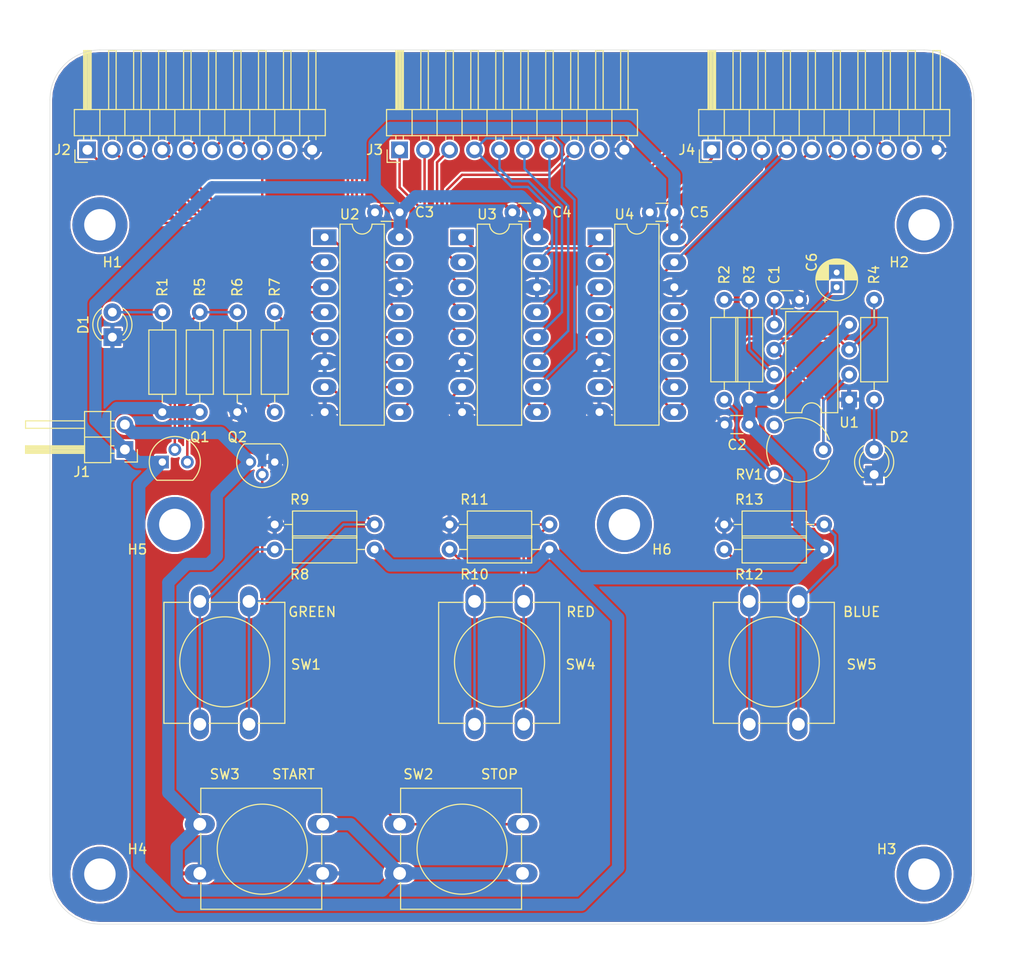
<source format=kicad_pcb>
(kicad_pcb (version 20171130) (host pcbnew 5.1.12-84ad8e8a86~92~ubuntu18.04.1)
  (layers (0 F.Cu signal) (31 B.Cu signal) (34 B.Paste user) (35 F.Paste user) (36 B.SilkS user) (37 F.SilkS user) (38 B.Mask user) (39 F.Mask user) (44 Edge.Cuts user))
  (net 0 "")
  (net 1 "Net-(C1-Pad2)")
  (net 2 GND_MAIN)
  (net 3 VCC_MAIN)
  (net 4 "Net-(D1-Pad2)")
  (net 5 "Net-(D2-Pad2)")
  (net 6 GND)
  (net 7 "Net-(J2-Pad9)")
  (net 8 /red8)
  (net 9 /red7)
  (net 10 /red6)
  (net 11 /red5)
  (net 12 /red4)
  (net 13 /red3)
  (net 14 /red2)
  (net 15 /red1)
  (net 16 "Net-(J3-Pad9)")
  (net 17 /grn8)
  (net 18 /grn7)
  (net 19 /grn6)
  (net 20 /grn5)
  (net 21 /grn4)
  (net 22 /grn3)
  (net 23 /grn2)
  (net 24 /grn1)
  (net 25 "Net-(J4-Pad9)")
  (net 26 /blu8)
  (net 27 /blu7)
  (net 28 /blu6)
  (net 29 /blu5)
  (net 30 /blu4)
  (net 31 /blu3)
  (net 32 /blu2)
  (net 33 /blu1)
  (net 34 "Net-(Q1-Pad2)")
  (net 35 "Net-(R2-Pad2)")
  (net 36 "Net-(R2-Pad1)")
  (net 37 CLOCK)
  (net 38 "Net-(R8-Pad1)")
  (net 39 GREEN)
  (net 40 "Net-(R10-Pad1)")
  (net 41 RED)
  (net 42 "Net-(R12-Pad1)")
  (net 43 BLUE)
  (net 44 /trigger)
  (net 45 "Net-(RV1-Pad3)")
  (net 46 "Net-(Q1-Pad3)")
  (net 47 "Net-(Q2-Pad2)")
  (module MountingHole:MountingHole_3.2mm_M3_DIN965_Pad (layer F.Cu) (at 215.9 109.22)
    (fp_text reference H6 (at 3.81 2.54) (layer F.SilkS))
    (fp_text value "Battery holder")
    (pad 1 thru_hole circle (at 0 0) (size 5.6 5.6) (drill 3.2) (layers *.Cu *.Mask))
  )
  (module MountingHole:MountingHole_3.2mm_M3_DIN965_Pad (layer F.Cu) (at 170.18 109.22)
    (fp_text reference H5 (at -3.81 2.54) (layer F.SilkS))
    (fp_text value "Battery holder")
    (pad 1 thru_hole circle (at 0 0) (size 5.6 5.6) (drill 3.2) (layers *.Cu *.Mask))
  )
  (module MountingHole:MountingHole_3.2mm_M3_DIN965_Pad (layer F.Cu) (at 162.56 144.78)
    (fp_text reference H4 (at 3.81 -2.54) (layer F.SilkS))
    (fp_text value Frame)
    (pad 1 thru_hole circle (at 0 0) (size 5.6 5.6) (drill 3.2) (layers *.Cu *.Mask))
  )
  (module MountingHole:MountingHole_3.2mm_M3_DIN965_Pad (layer F.Cu) (at 246.38 144.78)
    (fp_text reference H3 (at -3.81 -2.54) (layer F.SilkS))
    (fp_text value Frame)
    (pad 1 thru_hole circle (at 0 0) (size 5.6 5.6) (drill 3.2) (layers *.Cu *.Mask))
  )
  (module MountingHole:MountingHole_3.2mm_M3_DIN965_Pad (layer F.Cu) (at 246.38 78.74)
    (fp_text reference H2 (at -2.54 3.81 180) (layer F.SilkS))
    (fp_text value Frame)
    (pad 1 thru_hole circle (at 0 0) (size 5.6 5.6) (drill 3.2) (layers *.Cu *.Mask))
  )
  (module MountingHole:MountingHole_3.2mm_M3_DIN965_Pad (layer F.Cu) (at 162.56 78.74)
    (fp_text reference H1 (at 1.27 3.81) (layer F.SilkS))
    (fp_text value Frame)
    (pad 1 thru_hole circle (at 0 0) (size 5.6 5.6) (drill 3.2) (layers *.Cu *.Mask))
  )
  (module Capacitor_THT:CP_Radial_D4.0mm_P1.50mm (layer F.Cu) (at 237.49 85.09 90)
    (fp_text reference C6 (at 2.54 -2.54 90) (layer F.SilkS))
    (fp_text value 1uF)
    (pad 2 thru_hole circle (at 1.5 0 90) (size 1.2 1.2) (drill 0.6) (layers *.Cu *.Mask) (net 2 GND_MAIN))
    (pad 1 thru_hole rect (at 0 0 90) (size 1.2 1.2) (drill 0.6) (layers *.Cu *.Mask) (net 44 /trigger))
  )
  (module Package_DIP:DIP-16_W7.62mm_LongPads (layer F.Cu) (at 213.36 80.01)
    (fp_text reference U4 (at 2.54 -2.33) (layer F.SilkS))
    (fp_text value "CD4015 for BLUE")
    (pad 16 thru_hole oval (at 7.62 0) (size 2.4 1.6) (drill 0.8) (layers *.Cu *.Mask) (net 3 VCC_MAIN))
    (pad 8 thru_hole oval (at 0 17.78) (size 2.4 1.6) (drill 0.8) (layers *.Cu *.Mask) (net 2 GND_MAIN))
    (pad 15 thru_hole oval (at 7.62 2.54) (size 2.4 1.6) (drill 0.8) (layers *.Cu *.Mask) (net 30 /blu4))
    (pad 7 thru_hole oval (at 0 15.24) (size 2.4 1.6) (drill 0.8) (layers *.Cu *.Mask) (net 43 BLUE))
    (pad 14 thru_hole oval (at 7.62 5.08) (size 2.4 1.6) (drill 0.8) (layers *.Cu *.Mask) (net 2 GND_MAIN))
    (pad 6 thru_hole oval (at 0 12.7) (size 2.4 1.6) (drill 0.8) (layers *.Cu *.Mask) (net 2 GND_MAIN))
    (pad 13 thru_hole oval (at 7.62 7.62) (size 2.4 1.6) (drill 0.8) (layers *.Cu *.Mask) (net 29 /blu5))
    (pad 5 thru_hole oval (at 0 10.16) (size 2.4 1.6) (drill 0.8) (layers *.Cu *.Mask) (net 33 /blu1))
    (pad 12 thru_hole oval (at 7.62 10.16) (size 2.4 1.6) (drill 0.8) (layers *.Cu *.Mask) (net 28 /blu6))
    (pad 4 thru_hole oval (at 0 7.62) (size 2.4 1.6) (drill 0.8) (layers *.Cu *.Mask) (net 32 /blu2))
    (pad 11 thru_hole oval (at 7.62 12.7) (size 2.4 1.6) (drill 0.8) (layers *.Cu *.Mask) (net 27 /blu7))
    (pad 3 thru_hole oval (at 0 5.08) (size 2.4 1.6) (drill 0.8) (layers *.Cu *.Mask) (net 31 /blu3))
    (pad 10 thru_hole oval (at 7.62 15.24) (size 2.4 1.6) (drill 0.8) (layers *.Cu *.Mask) (net 30 /blu4))
    (pad 2 thru_hole oval (at 0 2.54) (size 2.4 1.6) (drill 0.8) (layers *.Cu *.Mask) (net 26 /blu8))
    (pad 9 thru_hole oval (at 7.62 17.78) (size 2.4 1.6) (drill 0.8) (layers *.Cu *.Mask) (net 37 CLOCK))
    (pad 1 thru_hole rect (at 0 0) (size 2.4 1.6) (drill 0.8) (layers *.Cu *.Mask) (net 37 CLOCK))
  )
  (module Package_DIP:DIP-16_W7.62mm_LongPads (layer F.Cu) (at 199.39 80.01)
    (fp_text reference U3 (at 2.54 -2.33) (layer F.SilkS))
    (fp_text value "CD4015 for GREEN")
    (pad 16 thru_hole oval (at 7.62 0) (size 2.4 1.6) (drill 0.8) (layers *.Cu *.Mask) (net 3 VCC_MAIN))
    (pad 8 thru_hole oval (at 0 17.78) (size 2.4 1.6) (drill 0.8) (layers *.Cu *.Mask) (net 2 GND_MAIN))
    (pad 15 thru_hole oval (at 7.62 2.54) (size 2.4 1.6) (drill 0.8) (layers *.Cu *.Mask) (net 21 /grn4))
    (pad 7 thru_hole oval (at 0 15.24) (size 2.4 1.6) (drill 0.8) (layers *.Cu *.Mask) (net 39 GREEN))
    (pad 14 thru_hole oval (at 7.62 5.08) (size 2.4 1.6) (drill 0.8) (layers *.Cu *.Mask) (net 2 GND_MAIN))
    (pad 6 thru_hole oval (at 0 12.7) (size 2.4 1.6) (drill 0.8) (layers *.Cu *.Mask) (net 2 GND_MAIN))
    (pad 13 thru_hole oval (at 7.62 7.62) (size 2.4 1.6) (drill 0.8) (layers *.Cu *.Mask) (net 20 /grn5))
    (pad 5 thru_hole oval (at 0 10.16) (size 2.4 1.6) (drill 0.8) (layers *.Cu *.Mask) (net 24 /grn1))
    (pad 12 thru_hole oval (at 7.62 10.16) (size 2.4 1.6) (drill 0.8) (layers *.Cu *.Mask) (net 19 /grn6))
    (pad 4 thru_hole oval (at 0 7.62) (size 2.4 1.6) (drill 0.8) (layers *.Cu *.Mask) (net 23 /grn2))
    (pad 11 thru_hole oval (at 7.62 12.7) (size 2.4 1.6) (drill 0.8) (layers *.Cu *.Mask) (net 18 /grn7))
    (pad 3 thru_hole oval (at 0 5.08) (size 2.4 1.6) (drill 0.8) (layers *.Cu *.Mask) (net 22 /grn3))
    (pad 10 thru_hole oval (at 7.62 15.24) (size 2.4 1.6) (drill 0.8) (layers *.Cu *.Mask) (net 21 /grn4))
    (pad 2 thru_hole oval (at 0 2.54) (size 2.4 1.6) (drill 0.8) (layers *.Cu *.Mask) (net 17 /grn8))
    (pad 9 thru_hole oval (at 7.62 17.78) (size 2.4 1.6) (drill 0.8) (layers *.Cu *.Mask) (net 37 CLOCK))
    (pad 1 thru_hole rect (at 0 0) (size 2.4 1.6) (drill 0.8) (layers *.Cu *.Mask) (net 37 CLOCK))
  )
  (module Package_DIP:DIP-16_W7.62mm_LongPads (layer F.Cu) (at 185.42 80.01)
    (fp_text reference U2 (at 2.54 -2.33) (layer F.SilkS))
    (fp_text value "CD4015 for RED")
    (pad 16 thru_hole oval (at 7.62 0) (size 2.4 1.6) (drill 0.8) (layers *.Cu *.Mask) (net 3 VCC_MAIN))
    (pad 8 thru_hole oval (at 0 17.78) (size 2.4 1.6) (drill 0.8) (layers *.Cu *.Mask) (net 2 GND_MAIN))
    (pad 15 thru_hole oval (at 7.62 2.54) (size 2.4 1.6) (drill 0.8) (layers *.Cu *.Mask) (net 12 /red4))
    (pad 7 thru_hole oval (at 0 15.24) (size 2.4 1.6) (drill 0.8) (layers *.Cu *.Mask) (net 41 RED))
    (pad 14 thru_hole oval (at 7.62 5.08) (size 2.4 1.6) (drill 0.8) (layers *.Cu *.Mask) (net 2 GND_MAIN))
    (pad 6 thru_hole oval (at 0 12.7) (size 2.4 1.6) (drill 0.8) (layers *.Cu *.Mask) (net 2 GND_MAIN))
    (pad 13 thru_hole oval (at 7.62 7.62) (size 2.4 1.6) (drill 0.8) (layers *.Cu *.Mask) (net 11 /red5))
    (pad 5 thru_hole oval (at 0 10.16) (size 2.4 1.6) (drill 0.8) (layers *.Cu *.Mask) (net 15 /red1))
    (pad 12 thru_hole oval (at 7.62 10.16) (size 2.4 1.6) (drill 0.8) (layers *.Cu *.Mask) (net 10 /red6))
    (pad 4 thru_hole oval (at 0 7.62) (size 2.4 1.6) (drill 0.8) (layers *.Cu *.Mask) (net 14 /red2))
    (pad 11 thru_hole oval (at 7.62 12.7) (size 2.4 1.6) (drill 0.8) (layers *.Cu *.Mask) (net 9 /red7))
    (pad 3 thru_hole oval (at 0 5.08) (size 2.4 1.6) (drill 0.8) (layers *.Cu *.Mask) (net 13 /red3))
    (pad 10 thru_hole oval (at 7.62 15.24) (size 2.4 1.6) (drill 0.8) (layers *.Cu *.Mask) (net 12 /red4))
    (pad 2 thru_hole oval (at 0 2.54) (size 2.4 1.6) (drill 0.8) (layers *.Cu *.Mask) (net 8 /red8))
    (pad 9 thru_hole oval (at 7.62 17.78) (size 2.4 1.6) (drill 0.8) (layers *.Cu *.Mask) (net 37 CLOCK))
    (pad 1 thru_hole rect (at 0 0) (size 2.4 1.6) (drill 0.8) (layers *.Cu *.Mask) (net 37 CLOCK))
  )
  (module Package_DIP:DIP-8_W7.62mm (layer F.Cu) (at 238.76 96.52 180)
    (fp_text reference U1 (at 0 -2.33) (layer F.SilkS))
    (fp_text value LM555xN)
    (pad 8 thru_hole oval (at 7.62 0 180) (size 1.6 1.6) (drill 0.8) (layers *.Cu *.Mask) (net 3 VCC_MAIN))
    (pad 4 thru_hole oval (at 0 7.62 180) (size 1.6 1.6) (drill 0.8) (layers *.Cu *.Mask) (net 3 VCC_MAIN))
    (pad 7 thru_hole oval (at 7.62 2.54 180) (size 1.6 1.6) (drill 0.8) (layers *.Cu *.Mask) (net 35 "Net-(R2-Pad2)"))
    (pad 3 thru_hole oval (at 0 5.08 180) (size 1.6 1.6) (drill 0.8) (layers *.Cu *.Mask) (net 37 CLOCK))
    (pad 6 thru_hole oval (at 7.62 5.08 180) (size 1.6 1.6) (drill 0.8) (layers *.Cu *.Mask) (net 44 /trigger))
    (pad 2 thru_hole oval (at 0 2.54 180) (size 1.6 1.6) (drill 0.8) (layers *.Cu *.Mask) (net 44 /trigger))
    (pad 5 thru_hole oval (at 7.62 7.62 180) (size 1.6 1.6) (drill 0.8) (layers *.Cu *.Mask) (net 1 "Net-(C1-Pad2)"))
    (pad 1 thru_hole rect (at 0 0 180) (size 1.6 1.6) (drill 0.8) (layers *.Cu *.Mask) (net 2 GND_MAIN))
  )
  (module Button_Switch_THT:SW_PUSH-12mm (layer F.Cu) (at 228.6 129.54 90)
    (fp_text reference SW5 (at 6.08 11.43 180) (layer F.SilkS))
    (fp_text value BLUE (at 11.43 11.43 180) (layer F.SilkS))
    (pad 2 thru_hole oval (at 0 5 90) (size 3.048 1.85) (drill 1.3) (layers *.Cu *.Mask) (net 43 BLUE))
    (pad 1 thru_hole oval (at 0 0 90) (size 3.048 1.85) (drill 1.3) (layers *.Cu *.Mask) (net 42 "Net-(R12-Pad1)"))
    (pad 2 thru_hole oval (at 12.5 5 90) (size 3.048 1.85) (drill 1.3) (layers *.Cu *.Mask) (net 43 BLUE))
    (pad 1 thru_hole oval (at 12.5 0 90) (size 3.048 1.85) (drill 1.3) (layers *.Cu *.Mask) (net 42 "Net-(R12-Pad1)"))
  )
  (module Button_Switch_THT:SW_PUSH-12mm (layer F.Cu) (at 200.66 129.54 90)
    (fp_text reference SW4 (at 6.08 10.795 180) (layer F.SilkS))
    (fp_text value RED (at 11.43 10.795 180) (layer F.SilkS))
    (pad 2 thru_hole oval (at 0 5 90) (size 3.048 1.85) (drill 1.3) (layers *.Cu *.Mask) (net 41 RED))
    (pad 1 thru_hole oval (at 0 0 90) (size 3.048 1.85) (drill 1.3) (layers *.Cu *.Mask) (net 40 "Net-(R10-Pad1)"))
    (pad 2 thru_hole oval (at 12.5 5 90) (size 3.048 1.85) (drill 1.3) (layers *.Cu *.Mask) (net 41 RED))
    (pad 1 thru_hole oval (at 12.5 0 90) (size 3.048 1.85) (drill 1.3) (layers *.Cu *.Mask) (net 40 "Net-(R10-Pad1)"))
  )
  (module Button_Switch_THT:SW_PUSH-12mm (layer F.Cu) (at 172.72 139.7)
    (fp_text reference SW3 (at 2.54 -5.08) (layer F.SilkS))
    (fp_text value START (at 9.525 -5.08) (layer F.SilkS))
    (pad 2 thru_hole oval (at 0 5) (size 3.048 1.85) (drill 1.3) (layers *.Cu *.Mask) (net 2 GND_MAIN))
    (pad 1 thru_hole oval (at 0 0) (size 3.048 1.85) (drill 1.3) (layers *.Cu *.Mask) (net 6 GND))
    (pad 2 thru_hole oval (at 12.5 5) (size 3.048 1.85) (drill 1.3) (layers *.Cu *.Mask) (net 2 GND_MAIN))
    (pad 1 thru_hole oval (at 12.5 0) (size 3.048 1.85) (drill 1.3) (layers *.Cu *.Mask) (net 6 GND))
  )
  (module Button_Switch_THT:SW_PUSH-12mm (layer F.Cu) (at 193.04 139.7)
    (fp_text reference SW2 (at 1.905 -5.08) (layer F.SilkS))
    (fp_text value STOP (at 10.16 -5.08) (layer F.SilkS))
    (pad 2 thru_hole oval (at 0 5) (size 3.048 1.85) (drill 1.3) (layers *.Cu *.Mask) (net 6 GND))
    (pad 1 thru_hole oval (at 0 0) (size 3.048 1.85) (drill 1.3) (layers *.Cu *.Mask) (net 47 "Net-(Q2-Pad2)"))
    (pad 2 thru_hole oval (at 12.5 5) (size 3.048 1.85) (drill 1.3) (layers *.Cu *.Mask) (net 6 GND))
    (pad 1 thru_hole oval (at 12.5 0) (size 3.048 1.85) (drill 1.3) (layers *.Cu *.Mask) (net 47 "Net-(Q2-Pad2)"))
  )
  (module Button_Switch_THT:SW_PUSH-12mm (layer F.Cu) (at 172.72 129.54 90)
    (fp_text reference SW1 (at 6.08 10.795 180) (layer F.SilkS))
    (fp_text value GREEN (at 11.43 11.43 180) (layer F.SilkS))
    (pad 2 thru_hole oval (at 0 5 90) (size 3.048 1.85) (drill 1.3) (layers *.Cu *.Mask) (net 39 GREEN))
    (pad 1 thru_hole oval (at 0 0 90) (size 3.048 1.85) (drill 1.3) (layers *.Cu *.Mask) (net 38 "Net-(R8-Pad1)"))
    (pad 2 thru_hole oval (at 12.5 5 90) (size 3.048 1.85) (drill 1.3) (layers *.Cu *.Mask) (net 39 GREEN))
    (pad 1 thru_hole oval (at 12.5 0 90) (size 3.048 1.85) (drill 1.3) (layers *.Cu *.Mask) (net 38 "Net-(R8-Pad1)"))
  )
  (module Potentiometer_THT:Potentiometer_Piher_PT-6-V_Vertical (layer F.Cu) (at 231.14 104.14)
    (fp_text reference RV1 (at -2.54 0) (layer F.SilkS))
    (fp_text value 1M)
    (pad 1 thru_hole circle (at 0 0) (size 1.62 1.62) (drill 0.9) (layers *.Cu *.Mask) (net 36 "Net-(R2-Pad1)"))
    (pad 2 thru_hole circle (at 5 -2.5) (size 1.62 1.62) (drill 0.9) (layers *.Cu *.Mask) (net 44 /trigger))
    (pad 3 thru_hole circle (at 0 -5) (size 1.62 1.62) (drill 0.9) (layers *.Cu *.Mask) (net 45 "Net-(RV1-Pad3)"))
  )
  (module Resistor_THT:R_Axial_DIN0207_L6.3mm_D2.5mm_P10.16mm_Horizontal (layer F.Cu) (at 236.22 109.22 180)
    (fp_text reference R13 (at 7.62 2.54) (layer F.SilkS))
    (fp_text value 10K)
    (pad 2 thru_hole oval (at 10.16 0 180) (size 1.6 1.6) (drill 0.8) (layers *.Cu *.Mask) (net 2 GND_MAIN))
    (pad 1 thru_hole circle (at 0 0 180) (size 1.6 1.6) (drill 0.8) (layers *.Cu *.Mask) (net 43 BLUE))
  )
  (module Resistor_THT:R_Axial_DIN0207_L6.3mm_D2.5mm_P10.16mm_Horizontal (layer F.Cu) (at 226.06 111.76)
    (fp_text reference R12 (at 2.54 2.54) (layer F.SilkS))
    (fp_text value 1K)
    (pad 2 thru_hole oval (at 10.16 0) (size 1.6 1.6) (drill 0.8) (layers *.Cu *.Mask) (net 3 VCC_MAIN))
    (pad 1 thru_hole circle (at 0 0) (size 1.6 1.6) (drill 0.8) (layers *.Cu *.Mask) (net 42 "Net-(R12-Pad1)"))
  )
  (module Resistor_THT:R_Axial_DIN0207_L6.3mm_D2.5mm_P10.16mm_Horizontal (layer F.Cu) (at 208.28 109.22 180)
    (fp_text reference R11 (at 7.62 2.54) (layer F.SilkS))
    (fp_text value 10K)
    (pad 2 thru_hole oval (at 10.16 0 180) (size 1.6 1.6) (drill 0.8) (layers *.Cu *.Mask) (net 2 GND_MAIN))
    (pad 1 thru_hole circle (at 0 0 180) (size 1.6 1.6) (drill 0.8) (layers *.Cu *.Mask) (net 41 RED))
  )
  (module Resistor_THT:R_Axial_DIN0207_L6.3mm_D2.5mm_P10.16mm_Horizontal (layer F.Cu) (at 198.12 111.76)
    (fp_text reference R10 (at 2.54 2.54) (layer F.SilkS))
    (fp_text value 1K)
    (pad 2 thru_hole oval (at 10.16 0) (size 1.6 1.6) (drill 0.8) (layers *.Cu *.Mask) (net 3 VCC_MAIN))
    (pad 1 thru_hole circle (at 0 0) (size 1.6 1.6) (drill 0.8) (layers *.Cu *.Mask) (net 40 "Net-(R10-Pad1)"))
  )
  (module Resistor_THT:R_Axial_DIN0207_L6.3mm_D2.5mm_P10.16mm_Horizontal (layer F.Cu) (at 190.5 109.22 180)
    (fp_text reference R9 (at 7.62 2.54) (layer F.SilkS))
    (fp_text value 10K)
    (pad 2 thru_hole oval (at 10.16 0 180) (size 1.6 1.6) (drill 0.8) (layers *.Cu *.Mask) (net 2 GND_MAIN))
    (pad 1 thru_hole circle (at 0 0 180) (size 1.6 1.6) (drill 0.8) (layers *.Cu *.Mask) (net 39 GREEN))
  )
  (module Resistor_THT:R_Axial_DIN0207_L6.3mm_D2.5mm_P10.16mm_Horizontal (layer F.Cu) (at 180.34 111.76)
    (fp_text reference R8 (at 2.54 2.54) (layer F.SilkS))
    (fp_text value 1K)
    (pad 2 thru_hole oval (at 10.16 0) (size 1.6 1.6) (drill 0.8) (layers *.Cu *.Mask) (net 3 VCC_MAIN))
    (pad 1 thru_hole circle (at 0 0) (size 1.6 1.6) (drill 0.8) (layers *.Cu *.Mask) (net 38 "Net-(R8-Pad1)"))
  )
  (module Resistor_THT:R_Axial_DIN0207_L6.3mm_D2.5mm_P10.16mm_Horizontal (layer F.Cu) (at 180.34 87.63 270)
    (fp_text reference R7 (at -2.54 0 90) (layer F.SilkS))
    (fp_text value 1K)
    (pad 2 thru_hole oval (at 10.16 0 270) (size 1.6 1.6) (drill 0.8) (layers *.Cu *.Mask) (net 46 "Net-(Q1-Pad3)"))
    (pad 1 thru_hole circle (at 0 0 270) (size 1.6 1.6) (drill 0.8) (layers *.Cu *.Mask) (net 47 "Net-(Q2-Pad2)"))
  )
  (module Resistor_THT:R_Axial_DIN0207_L6.3mm_D2.5mm_P10.16mm_Horizontal (layer F.Cu) (at 176.53 97.79 90)
    (fp_text reference R6 (at 12.7 0 90) (layer F.SilkS))
    (fp_text value 1K)
    (pad 2 thru_hole oval (at 10.16 0 90) (size 1.6 1.6) (drill 0.8) (layers *.Cu *.Mask) (net 34 "Net-(Q1-Pad2)"))
    (pad 1 thru_hole circle (at 0 0 90) (size 1.6 1.6) (drill 0.8) (layers *.Cu *.Mask) (net 2 GND_MAIN))
  )
  (module Resistor_THT:R_Axial_DIN0207_L6.3mm_D2.5mm_P10.16mm_Horizontal (layer F.Cu) (at 172.72 87.63 270)
    (fp_text reference R5 (at -2.54 0 90) (layer F.SilkS))
    (fp_text value 10K)
    (pad 2 thru_hole oval (at 10.16 0 270) (size 1.6 1.6) (drill 0.8) (layers *.Cu *.Mask) (net 3 VCC_MAIN))
    (pad 1 thru_hole circle (at 0 0 270) (size 1.6 1.6) (drill 0.8) (layers *.Cu *.Mask) (net 34 "Net-(Q1-Pad2)"))
  )
  (module Resistor_THT:R_Axial_DIN0207_L6.3mm_D2.5mm_P10.16mm_Horizontal (layer F.Cu) (at 241.3 96.52 90)
    (fp_text reference R4 (at 12.7 0 90) (layer F.SilkS))
    (fp_text value 1K)
    (pad 2 thru_hole oval (at 10.16 0 90) (size 1.6 1.6) (drill 0.8) (layers *.Cu *.Mask) (net 37 CLOCK))
    (pad 1 thru_hole circle (at 0 0 90) (size 1.6 1.6) (drill 0.8) (layers *.Cu *.Mask) (net 5 "Net-(D2-Pad2)"))
  )
  (module Resistor_THT:R_Axial_DIN0207_L6.3mm_D2.5mm_P10.16mm_Horizontal (layer F.Cu) (at 228.6 86.36 270)
    (fp_text reference R3 (at -2.54 0 90) (layer F.SilkS))
    (fp_text value 1K)
    (pad 2 thru_hole oval (at 10.16 0 270) (size 1.6 1.6) (drill 0.8) (layers *.Cu *.Mask) (net 3 VCC_MAIN))
    (pad 1 thru_hole circle (at 0 0 270) (size 1.6 1.6) (drill 0.8) (layers *.Cu *.Mask) (net 35 "Net-(R2-Pad2)"))
  )
  (module Resistor_THT:R_Axial_DIN0207_L6.3mm_D2.5mm_P10.16mm_Horizontal (layer F.Cu) (at 226.06 96.52 90)
    (fp_text reference R2 (at 12.7 0 90) (layer F.SilkS))
    (fp_text value 100K)
    (pad 2 thru_hole oval (at 10.16 0 90) (size 1.6 1.6) (drill 0.8) (layers *.Cu *.Mask) (net 35 "Net-(R2-Pad2)"))
    (pad 1 thru_hole circle (at 0 0 90) (size 1.6 1.6) (drill 0.8) (layers *.Cu *.Mask) (net 36 "Net-(R2-Pad1)"))
  )
  (module Resistor_THT:R_Axial_DIN0207_L6.3mm_D2.5mm_P10.16mm_Horizontal (layer F.Cu) (at 168.91 87.63 270)
    (fp_text reference R1 (at -2.54 0 90) (layer F.SilkS))
    (fp_text value 1K)
    (pad 2 thru_hole oval (at 10.16 0 270) (size 1.6 1.6) (drill 0.8) (layers *.Cu *.Mask) (net 3 VCC_MAIN))
    (pad 1 thru_hole circle (at 0 0 270) (size 1.6 1.6) (drill 0.8) (layers *.Cu *.Mask) (net 4 "Net-(D1-Pad2)"))
  )
  (module Package_TO_SOT_THT:TO-92 (layer F.Cu) (at 180.34 102.87 180)
    (fp_text reference Q2 (at 3.81 2.54) (layer F.SilkS))
    (fp_text value "NPN 2N5551")
    (pad 1 thru_hole rect (at 0 0 180) (size 1.3 1.3) (drill 0.75) (layers *.Cu *.Mask) (net 2 GND_MAIN))
    (pad 3 thru_hole circle (at 2.54 0 180) (size 1.3 1.3) (drill 0.75) (layers *.Cu *.Mask) (net 6 GND))
    (pad 2 thru_hole circle (at 1.27 -1.27 180) (size 1.3 1.3) (drill 0.75) (layers *.Cu *.Mask) (net 47 "Net-(Q2-Pad2)"))
  )
  (module Package_TO_SOT_THT:TO-92 (layer F.Cu) (at 168.91 102.87)
    (fp_text reference Q1 (at 3.81 -2.54) (layer F.SilkS))
    (fp_text value "PNP S8550")
    (pad 1 thru_hole rect (at 0 0) (size 1.3 1.3) (drill 0.75) (layers *.Cu *.Mask) (net 3 VCC_MAIN))
    (pad 3 thru_hole circle (at 2.54 0) (size 1.3 1.3) (drill 0.75) (layers *.Cu *.Mask) (net 46 "Net-(Q1-Pad3)"))
    (pad 2 thru_hole circle (at 1.27 -1.27) (size 1.3 1.3) (drill 0.75) (layers *.Cu *.Mask) (net 34 "Net-(Q1-Pad2)"))
  )
  (module Connector_PinHeader_2.54mm:PinHeader_1x10_P2.54mm_Horizontal (layer F.Cu) (at 224.79 71.12 90)
    (fp_text reference J4 (at 0 -2.54 180) (layer F.SilkS))
    (fp_text value "To BLUE display")
    (pad 10 thru_hole oval (at 0 22.86 90) (size 1.7 1.7) (drill 1) (layers *.Cu *.Mask) (net 2 GND_MAIN))
    (pad 9 thru_hole oval (at 0 20.32 90) (size 1.7 1.7) (drill 1) (layers *.Cu *.Mask) (net 25 "Net-(J4-Pad9)"))
    (pad 8 thru_hole oval (at 0 17.78 90) (size 1.7 1.7) (drill 1) (layers *.Cu *.Mask) (net 26 /blu8))
    (pad 7 thru_hole oval (at 0 15.24 90) (size 1.7 1.7) (drill 1) (layers *.Cu *.Mask) (net 27 /blu7))
    (pad 6 thru_hole oval (at 0 12.7 90) (size 1.7 1.7) (drill 1) (layers *.Cu *.Mask) (net 28 /blu6))
    (pad 5 thru_hole oval (at 0 10.16 90) (size 1.7 1.7) (drill 1) (layers *.Cu *.Mask) (net 29 /blu5))
    (pad 4 thru_hole oval (at 0 7.62 90) (size 1.7 1.7) (drill 1) (layers *.Cu *.Mask) (net 30 /blu4))
    (pad 3 thru_hole oval (at 0 5.08 90) (size 1.7 1.7) (drill 1) (layers *.Cu *.Mask) (net 31 /blu3))
    (pad 2 thru_hole oval (at 0 2.54 90) (size 1.7 1.7) (drill 1) (layers *.Cu *.Mask) (net 32 /blu2))
    (pad 1 thru_hole rect (at 0 0 90) (size 1.7 1.7) (drill 1) (layers *.Cu *.Mask) (net 33 /blu1))
  )
  (module Connector_PinHeader_2.54mm:PinHeader_1x10_P2.54mm_Horizontal (layer F.Cu) (at 193.04 71.12 90)
    (fp_text reference J3 (at 0 -2.54 180) (layer F.SilkS))
    (fp_text value "To GREEN display")
    (pad 10 thru_hole oval (at 0 22.86 90) (size 1.7 1.7) (drill 1) (layers *.Cu *.Mask) (net 2 GND_MAIN))
    (pad 9 thru_hole oval (at 0 20.32 90) (size 1.7 1.7) (drill 1) (layers *.Cu *.Mask) (net 16 "Net-(J3-Pad9)"))
    (pad 8 thru_hole oval (at 0 17.78 90) (size 1.7 1.7) (drill 1) (layers *.Cu *.Mask) (net 17 /grn8))
    (pad 7 thru_hole oval (at 0 15.24 90) (size 1.7 1.7) (drill 1) (layers *.Cu *.Mask) (net 18 /grn7))
    (pad 6 thru_hole oval (at 0 12.7 90) (size 1.7 1.7) (drill 1) (layers *.Cu *.Mask) (net 19 /grn6))
    (pad 5 thru_hole oval (at 0 10.16 90) (size 1.7 1.7) (drill 1) (layers *.Cu *.Mask) (net 20 /grn5))
    (pad 4 thru_hole oval (at 0 7.62 90) (size 1.7 1.7) (drill 1) (layers *.Cu *.Mask) (net 21 /grn4))
    (pad 3 thru_hole oval (at 0 5.08 90) (size 1.7 1.7) (drill 1) (layers *.Cu *.Mask) (net 22 /grn3))
    (pad 2 thru_hole oval (at 0 2.54 90) (size 1.7 1.7) (drill 1) (layers *.Cu *.Mask) (net 23 /grn2))
    (pad 1 thru_hole rect (at 0 0 90) (size 1.7 1.7) (drill 1) (layers *.Cu *.Mask) (net 24 /grn1))
  )
  (module Connector_PinHeader_2.54mm:PinHeader_1x10_P2.54mm_Horizontal (layer F.Cu) (at 161.29 71.12 90)
    (fp_text reference J2 (at 0 -2.54) (layer F.SilkS))
    (fp_text value "To RED display")
    (pad 10 thru_hole oval (at 0 22.86 90) (size 1.7 1.7) (drill 1) (layers *.Cu *.Mask) (net 2 GND_MAIN))
    (pad 9 thru_hole oval (at 0 20.32 90) (size 1.7 1.7) (drill 1) (layers *.Cu *.Mask) (net 7 "Net-(J2-Pad9)"))
    (pad 8 thru_hole oval (at 0 17.78 90) (size 1.7 1.7) (drill 1) (layers *.Cu *.Mask) (net 8 /red8))
    (pad 7 thru_hole oval (at 0 15.24 90) (size 1.7 1.7) (drill 1) (layers *.Cu *.Mask) (net 9 /red7))
    (pad 6 thru_hole oval (at 0 12.7 90) (size 1.7 1.7) (drill 1) (layers *.Cu *.Mask) (net 10 /red6))
    (pad 5 thru_hole oval (at 0 10.16 90) (size 1.7 1.7) (drill 1) (layers *.Cu *.Mask) (net 11 /red5))
    (pad 4 thru_hole oval (at 0 7.62 90) (size 1.7 1.7) (drill 1) (layers *.Cu *.Mask) (net 12 /red4))
    (pad 3 thru_hole oval (at 0 5.08 90) (size 1.7 1.7) (drill 1) (layers *.Cu *.Mask) (net 13 /red3))
    (pad 2 thru_hole oval (at 0 2.54 90) (size 1.7 1.7) (drill 1) (layers *.Cu *.Mask) (net 14 /red2))
    (pad 1 thru_hole rect (at 0 0 90) (size 1.7 1.7) (drill 1) (layers *.Cu *.Mask) (net 15 /red1))
  )
  (module Connector_PinHeader_2.54mm:PinHeader_1x02_P2.54mm_Horizontal (layer F.Cu) (at 165.1 101.6 180)
    (fp_text reference J1 (at 4.385 -2.27) (layer F.SilkS))
    (fp_text value "To battery holder")
    (pad 2 thru_hole oval (at 0 2.54 180) (size 1.7 1.7) (drill 1) (layers *.Cu *.Mask) (net 6 GND))
    (pad 1 thru_hole rect (at 0 0 180) (size 1.7 1.7) (drill 1) (layers *.Cu *.Mask) (net 3 VCC_MAIN))
  )
  (module LED_THT:LED_D3.0mm (layer F.Cu) (at 241.3 104.14 90)
    (fp_text reference D2 (at 3.81 2.54 180) (layer F.SilkS))
    (fp_text value Red)
    (pad 2 thru_hole circle (at 2.54 0 90) (size 1.8 1.8) (drill 0.9) (layers *.Cu *.Mask) (net 5 "Net-(D2-Pad2)"))
    (pad 1 thru_hole rect (at 0 0 90) (size 1.8 1.8) (drill 0.9) (layers *.Cu *.Mask) (net 2 GND_MAIN))
  )
  (module LED_THT:LED_D3.0mm (layer F.Cu) (at 163.83 90.17 90)
    (fp_text reference D1 (at 1.27 -2.96 90) (layer F.SilkS))
    (fp_text value Green)
    (pad 2 thru_hole circle (at 2.54 0 90) (size 1.8 1.8) (drill 0.9) (layers *.Cu *.Mask) (net 4 "Net-(D1-Pad2)"))
    (pad 1 thru_hole rect (at 0 0 90) (size 1.8 1.8) (drill 0.9) (layers *.Cu *.Mask) (net 2 GND_MAIN))
  )
  (module Capacitor_THT:C_Disc_D3.0mm_W1.6mm_P2.50mm (layer F.Cu) (at 220.98 77.47 180)
    (fp_text reference C5 (at -2.54 0) (layer F.SilkS))
    (fp_text value 0.1uF)
    (pad 2 thru_hole circle (at 2.5 0 180) (size 1.6 1.6) (drill 0.8) (layers *.Cu *.Mask) (net 2 GND_MAIN))
    (pad 1 thru_hole circle (at 0 0 180) (size 1.6 1.6) (drill 0.8) (layers *.Cu *.Mask) (net 3 VCC_MAIN))
  )
  (module Capacitor_THT:C_Disc_D3.0mm_W1.6mm_P2.50mm (layer F.Cu) (at 207.01 77.47 180)
    (fp_text reference C4 (at -2.54 0) (layer F.SilkS))
    (fp_text value 0.1uF)
    (pad 2 thru_hole circle (at 2.5 0 180) (size 1.6 1.6) (drill 0.8) (layers *.Cu *.Mask) (net 2 GND_MAIN))
    (pad 1 thru_hole circle (at 0 0 180) (size 1.6 1.6) (drill 0.8) (layers *.Cu *.Mask) (net 3 VCC_MAIN))
  )
  (module Capacitor_THT:C_Disc_D3.0mm_W1.6mm_P2.50mm (layer F.Cu) (at 193.04 77.47 180)
    (fp_text reference C3 (at -2.54 0) (layer F.SilkS))
    (fp_text value 0.1uF)
    (pad 2 thru_hole circle (at 2.5 0 180) (size 1.6 1.6) (drill 0.8) (layers *.Cu *.Mask) (net 2 GND_MAIN))
    (pad 1 thru_hole circle (at 0 0 180) (size 1.6 1.6) (drill 0.8) (layers *.Cu *.Mask) (net 3 VCC_MAIN))
  )
  (module Capacitor_THT:C_Disc_D3.0mm_W1.6mm_P2.50mm (layer F.Cu) (at 228.6 99.06 180)
    (fp_text reference C2 (at 1.25 -2.05) (layer F.SilkS))
    (fp_text value 0.1uF)
    (pad 2 thru_hole circle (at 2.5 0 180) (size 1.6 1.6) (drill 0.8) (layers *.Cu *.Mask) (net 2 GND_MAIN))
    (pad 1 thru_hole circle (at 0 0 180) (size 1.6 1.6) (drill 0.8) (layers *.Cu *.Mask) (net 3 VCC_MAIN))
  )
  (module Capacitor_THT:C_Disc_D3.0mm_W1.6mm_P2.50mm (layer F.Cu) (at 233.68 86.36 180)
    (fp_text reference C1 (at 2.54 2.54 90) (layer F.SilkS))
    (fp_text value 10nF)
    (pad 2 thru_hole circle (at 2.5 0 180) (size 1.6 1.6) (drill 0.8) (layers *.Cu *.Mask) (net 1 "Net-(C1-Pad2)"))
    (pad 1 thru_hole circle (at 0 0 180) (size 1.6 1.6) (drill 0.8) (layers *.Cu *.Mask) (net 2 GND_MAIN))
  )
  (gr_line (start 246.38 149.86) (end 162.56 149.86) (layer Edge.Cuts) (width 0.05))
  (gr_line (start 162.56 60.96) (end 246.38 60.96) (layer Edge.Cuts) (width 0.05))
  (gr_line (start 251.46 144.78) (end 251.46 66.04) (layer Edge.Cuts) (width 0.05))
  (gr_line (start 157.48 66.04) (end 157.48 144.78) (layer Edge.Cuts) (width 0.05))
  (gr_arc (start 246.38 66.04) (end 251.46 66.04) (angle -90) (layer Edge.Cuts) (width 0.05))
  (gr_arc (start 246.38 144.78) (end 246.38 149.86) (angle -90) (layer Edge.Cuts) (width 0.05))
  (gr_arc (start 162.56 144.78) (end 157.48 144.78) (angle -90) (layer Edge.Cuts) (width 0.05))
  (gr_arc (start 162.56 66.04) (end 162.56 60.96) (angle -90) (layer Edge.Cuts) (width 0.05))
  (segment (start 231.14 86.4) (end 231.18 86.36) (width 0.25) (layer B.Cu) (net 1))
  (segment (start 231.14 88.9) (end 231.14 86.4) (width 0.25) (layer B.Cu) (net 1))
  (segment (start 180.34 102.87) (end 185.42 97.79) (width 1.25) (layer B.Cu) (net 2))
  (segment (start 187.04501 99.41501) (end 197.76499 99.41501) (width 1.25) (layer B.Cu) (net 2))
  (segment (start 197.76499 99.41501) (end 199.39 97.79) (width 1.25) (layer B.Cu) (net 2))
  (segment (start 185.42 97.79) (end 187.04501 99.41501) (width 1.25) (layer B.Cu) (net 2))
  (segment (start 201.01501 99.41501) (end 211.73499 99.41501) (width 1.25) (layer B.Cu) (net 2))
  (segment (start 211.73499 99.41501) (end 213.36 97.79) (width 1.25) (layer B.Cu) (net 2))
  (segment (start 199.39 97.79) (end 201.01501 99.41501) (width 1.25) (layer B.Cu) (net 2))
  (segment (start 185.42 97.79) (end 184.785 97.79) (width 1.25) (layer B.Cu) (net 2))
  (segment (start 183.39499 96.39999) (end 183.39499 94.10001) (width 1.25) (layer B.Cu) (net 2))
  (segment (start 184.785 97.79) (end 183.39499 96.39999) (width 1.25) (layer B.Cu) (net 2))
  (segment (start 184.785 92.71) (end 185.42 92.71) (width 1.25) (layer B.Cu) (net 2))
  (segment (start 183.39499 94.10001) (end 184.785 92.71) (width 1.25) (layer B.Cu) (net 2))
  (segment (start 198.755 92.71) (end 199.39 92.71) (width 1.25) (layer B.Cu) (net 2))
  (segment (start 197.36499 96.39999) (end 197.36499 94.10001) (width 1.25) (layer B.Cu) (net 2))
  (segment (start 197.36499 94.10001) (end 198.755 92.71) (width 1.25) (layer B.Cu) (net 2))
  (segment (start 199.39 97.79) (end 198.755 97.79) (width 1.25) (layer B.Cu) (net 2))
  (segment (start 198.755 97.79) (end 197.36499 96.39999) (width 1.25) (layer B.Cu) (net 2))
  (segment (start 213.36 97.79) (end 212.725 97.79) (width 1.25) (layer B.Cu) (net 2))
  (segment (start 211.33499 96.39999) (end 211.33499 94.10001) (width 1.25) (layer B.Cu) (net 2))
  (segment (start 212.725 97.79) (end 211.33499 96.39999) (width 1.25) (layer B.Cu) (net 2))
  (segment (start 212.725 92.71) (end 213.36 92.71) (width 1.25) (layer B.Cu) (net 2))
  (segment (start 211.33499 94.10001) (end 212.725 92.71) (width 1.25) (layer B.Cu) (net 2))
  (segment (start 199.39 92.71) (end 201.93 92.71) (width 1.25) (layer B.Cu) (net 2))
  (segment (start 201.93 92.71) (end 203.2 91.44) (width 1.25) (layer B.Cu) (net 2))
  (segment (start 204.56 85.09) (end 207.01 85.09) (width 1.25) (layer B.Cu) (net 2))
  (segment (start 203.2 86.45) (end 204.56 85.09) (width 1.25) (layer B.Cu) (net 2))
  (segment (start 203.2 91.44) (end 203.2 86.45) (width 1.25) (layer B.Cu) (net 2))
  (segment (start 190.59 85.09) (end 193.04 85.09) (width 1.25) (layer B.Cu) (net 2))
  (segment (start 189.185 91.395) (end 189.185 86.495) (width 1.25) (layer B.Cu) (net 2))
  (segment (start 189.185 86.495) (end 190.59 85.09) (width 1.25) (layer B.Cu) (net 2))
  (segment (start 187.87 92.71) (end 189.185 91.395) (width 1.25) (layer B.Cu) (net 2))
  (segment (start 185.42 92.71) (end 187.87 92.71) (width 1.25) (layer B.Cu) (net 2))
  (segment (start 213.36 92.71) (end 215.9 92.71) (width 1.25) (layer B.Cu) (net 2))
  (segment (start 215.9 92.71) (end 217.17 91.44) (width 1.25) (layer B.Cu) (net 2))
  (segment (start 218.53 85.09) (end 220.98 85.09) (width 1.25) (layer B.Cu) (net 2))
  (segment (start 217.17 86.45) (end 218.53 85.09) (width 1.25) (layer B.Cu) (net 2))
  (segment (start 217.17 91.44) (end 217.17 86.45) (width 1.25) (layer B.Cu) (net 2))
  (segment (start 221.335001 84.734999) (end 220.98 85.09) (width 1.25) (layer B.Cu) (net 2))
  (segment (start 232.054999 84.734999) (end 221.335001 84.734999) (width 1.25) (layer B.Cu) (net 2))
  (segment (start 233.68 86.36) (end 232.054999 84.734999) (width 1.25) (layer B.Cu) (net 2))
  (segment (start 233.199998 83.59) (end 237.49 83.59) (width 1.25) (layer B.Cu) (net 2))
  (segment (start 232.054999 84.734999) (end 233.199998 83.59) (width 1.25) (layer B.Cu) (net 2))
  (segment (start 237.49 81.28) (end 247.65 71.12) (width 1.25) (layer B.Cu) (net 2))
  (segment (start 237.49 83.59) (end 237.49 81.28) (width 1.25) (layer B.Cu) (net 2))
  (segment (start 218.48 83.045) (end 218.48 77.47) (width 1.25) (layer B.Cu) (net 2))
  (segment (start 218.53 83.095) (end 218.48 83.045) (width 1.25) (layer B.Cu) (net 2))
  (segment (start 218.53 85.09) (end 218.53 83.095) (width 1.25) (layer B.Cu) (net 2))
  (segment (start 218.48 73.7) (end 215.9 71.12) (width 1.25) (layer B.Cu) (net 2))
  (segment (start 218.48 77.47) (end 218.48 73.7) (width 1.25) (layer B.Cu) (net 2))
  (segment (start 204.56 77.52) (end 204.51 77.47) (width 1.25) (layer B.Cu) (net 2))
  (segment (start 204.56 85.09) (end 204.56 77.52) (width 1.25) (layer B.Cu) (net 2))
  (segment (start 190.59 77.52) (end 190.54 77.47) (width 1.25) (layer B.Cu) (net 2))
  (segment (start 190.59 85.09) (end 190.59 77.52) (width 1.25) (layer B.Cu) (net 2))
  (segment (start 245.11 100.33) (end 241.3 104.14) (width 1.25) (layer B.Cu) (net 2))
  (segment (start 245.11 85.725) (end 245.11 100.33) (width 1.25) (layer B.Cu) (net 2))
  (segment (start 237.49 83.59) (end 242.975 83.59) (width 1.25) (layer B.Cu) (net 2))
  (segment (start 242.975 83.59) (end 245.11 85.725) (width 1.25) (layer B.Cu) (net 2))
  (segment (start 241.3 104.14) (end 239.395 104.14) (width 1.25) (layer B.Cu) (net 2))
  (segment (start 238.76 103.505) (end 238.76 96.52) (width 1.25) (layer B.Cu) (net 2))
  (segment (start 239.395 104.14) (end 238.76 103.505) (width 1.25) (layer B.Cu) (net 2))
  (segment (start 225.74499 99.41501) (end 226.1 99.06) (width 1.25) (layer B.Cu) (net 2))
  (segment (start 214.98501 99.41501) (end 225.74499 99.41501) (width 1.25) (layer B.Cu) (net 2))
  (segment (start 213.36 97.79) (end 214.98501 99.41501) (width 1.25) (layer B.Cu) (net 2))
  (segment (start 226.1 109.18) (end 226.06 109.22) (width 1.25) (layer B.Cu) (net 2))
  (segment (start 226.1 99.06) (end 226.1 109.18) (width 1.25) (layer B.Cu) (net 2))
  (segment (start 180.34 101.6) (end 176.53 97.79) (width 1.25) (layer B.Cu) (net 2))
  (segment (start 180.34 102.87) (end 180.34 101.6) (width 1.25) (layer B.Cu) (net 2))
  (segment (start 168.91 90.17) (end 163.83 90.17) (width 1.25) (layer B.Cu) (net 2))
  (segment (start 176.53 97.79) (end 168.91 90.17) (width 1.25) (layer B.Cu) (net 2))
  (segment (start 180.545001 103.431999) (end 180.545001 109.014999) (width 1.25) (layer B.Cu) (net 2))
  (segment (start 180.545001 109.014999) (end 180.34 109.22) (width 1.25) (layer B.Cu) (net 2))
  (segment (start 180.34 103.226998) (end 180.545001 103.431999) (width 1.25) (layer B.Cu) (net 2))
  (segment (start 180.34 102.87) (end 180.34 103.226998) (width 1.25) (layer B.Cu) (net 2))
  (segment (start 175.06901 142.35099) (end 172.72 144.7) (width 1.25) (layer B.Cu) (net 2))
  (segment (start 175.06901 135.06401) (end 175.06901 142.35099) (width 1.25) (layer B.Cu) (net 2))
  (segment (start 170.96999 130.96499) (end 175.06901 135.06401) (width 1.25) (layer B.Cu) (net 2))
  (segment (start 170.96999 115.716123) (end 170.96999 130.96499) (width 1.25) (layer B.Cu) (net 2))
  (segment (start 180.34 109.22) (end 177.466113 109.22) (width 1.25) (layer B.Cu) (net 2))
  (segment (start 177.466113 109.22) (end 175.895 110.791113) (width 1.25) (layer B.Cu) (net 2))
  (segment (start 175.895 110.791113) (end 175.895 113.03) (width 1.25) (layer B.Cu) (net 2))
  (segment (start 174.23401 114.69099) (end 171.995123 114.69099) (width 1.25) (layer B.Cu) (net 2))
  (segment (start 171.995123 114.69099) (end 170.96999 115.716123) (width 1.25) (layer B.Cu) (net 2))
  (segment (start 175.895 113.03) (end 174.23401 114.69099) (width 1.25) (layer B.Cu) (net 2))
  (segment (start 172.72 144.7) (end 185.22 144.7) (width 1.25) (layer B.Cu) (net 2))
  (segment (start 243.979978 67.449978) (end 187.820022 67.449978) (width 1.25) (layer B.Cu) (net 2))
  (segment (start 184.999999 70.270001) (end 184.15 71.12) (width 1.25) (layer B.Cu) (net 2))
  (segment (start 247.65 71.12) (end 243.979978 67.449978) (width 1.25) (layer B.Cu) (net 2))
  (segment (start 187.820022 67.449978) (end 184.999999 70.270001) (width 1.25) (layer B.Cu) (net 2))
  (segment (start 196.85 109.22) (end 185.42 97.79) (width 1.25) (layer B.Cu) (net 2))
  (segment (start 198.12 109.22) (end 196.85 109.22) (width 1.25) (layer B.Cu) (net 2))
  (segment (start 166.37 102.87) (end 165.1 101.6) (width 1.25) (layer B.Cu) (net 3))
  (segment (start 168.91 102.87) (end 166.37 102.87) (width 1.25) (layer B.Cu) (net 3))
  (segment (start 168.91 97.79) (end 172.72 97.79) (width 1.25) (layer B.Cu) (net 3))
  (segment (start 164.295999 97.384999) (end 168.504999 97.384999) (width 1.25) (layer B.Cu) (net 3))
  (segment (start 163.424999 98.255999) (end 164.295999 97.384999) (width 1.25) (layer B.Cu) (net 3))
  (segment (start 163.424999 99.924999) (end 163.424999 98.255999) (width 1.25) (layer B.Cu) (net 3))
  (segment (start 168.504999 97.384999) (end 168.91 97.79) (width 1.25) (layer B.Cu) (net 3))
  (segment (start 165.1 101.6) (end 163.424999 99.924999) (width 1.25) (layer B.Cu) (net 3))
  (segment (start 192.125001 113.385001) (end 206.654999 113.385001) (width 1.25) (layer B.Cu) (net 3))
  (segment (start 206.654999 113.385001) (end 208.28 111.76) (width 1.25) (layer B.Cu) (net 3))
  (segment (start 190.5 111.76) (end 192.125001 113.385001) (width 1.25) (layer B.Cu) (net 3))
  (segment (start 233.28901 114.69099) (end 236.22 111.76) (width 1.25) (layer B.Cu) (net 3))
  (segment (start 211.21099 114.69099) (end 233.28901 114.69099) (width 1.25) (layer B.Cu) (net 3))
  (segment (start 208.28 111.76) (end 211.21099 114.69099) (width 1.25) (layer B.Cu) (net 3))
  (segment (start 228.6 99.06) (end 228.6 96.52) (width 1.25) (layer B.Cu) (net 3))
  (segment (start 228.6 96.52) (end 231.14 96.52) (width 1.25) (layer B.Cu) (net 3))
  (segment (start 231.14 96.52) (end 238.76 88.9) (width 1.25) (layer B.Cu) (net 3))
  (segment (start 193.04 80.01) (end 193.04 77.47) (width 1.25) (layer B.Cu) (net 3))
  (segment (start 194.665001 75.844999) (end 205.384999 75.844999) (width 1.25) (layer B.Cu) (net 3))
  (segment (start 205.384999 75.844999) (end 207.01 77.47) (width 1.25) (layer B.Cu) (net 3))
  (segment (start 193.04 77.47) (end 194.665001 75.844999) (width 1.25) (layer B.Cu) (net 3))
  (segment (start 207.01 77.47) (end 207.01 80.01) (width 1.25) (layer B.Cu) (net 3))
  (segment (start 193.04 77.47) (end 190.5 74.93) (width 1.25) (layer B.Cu) (net 3))
  (segment (start 220.98 77.47) (end 220.98 80.01) (width 1.25) (layer B.Cu) (net 3))
  (segment (start 173.976998 74.93) (end 190.5 74.93) (width 1.25) (layer B.Cu) (net 3))
  (segment (start 165.1 101.6) (end 162.104999 98.604999) (width 1.25) (layer B.Cu) (net 3))
  (segment (start 162.104999 86.801999) (end 173.976998 74.93) (width 1.25) (layer B.Cu) (net 3))
  (segment (start 162.104999 98.604999) (end 162.104999 86.801999) (width 1.25) (layer B.Cu) (net 3))
  (segment (start 170.614397 147.90002) (end 211.50998 147.90002) (width 1.25) (layer B.Cu) (net 3))
  (segment (start 166.554999 143.840622) (end 170.614397 147.90002) (width 1.25) (layer B.Cu) (net 3))
  (segment (start 168.91 102.87) (end 166.554999 105.225001) (width 1.25) (layer B.Cu) (net 3))
  (segment (start 166.554999 105.225001) (end 166.554999 143.840622) (width 1.25) (layer B.Cu) (net 3))
  (segment (start 211.50998 147.90002) (end 215.265 144.145) (width 1.25) (layer B.Cu) (net 3))
  (segment (start 215.265 118.745) (end 208.28 111.76) (width 1.25) (layer B.Cu) (net 3))
  (segment (start 215.265 144.145) (end 215.265 118.745) (width 1.25) (layer B.Cu) (net 3))
  (segment (start 216.158991 68.899989) (end 220.98 73.720998) (width 1.25) (layer B.Cu) (net 3))
  (segment (start 192.075009 68.899989) (end 216.158991 68.899989) (width 1.25) (layer B.Cu) (net 3))
  (segment (start 220.98 73.720998) (end 220.98 77.47) (width 1.25) (layer B.Cu) (net 3))
  (segment (start 190.5 70.474998) (end 192.075009 68.899989) (width 1.25) (layer B.Cu) (net 3))
  (segment (start 190.5 74.93) (end 190.5 70.474998) (width 1.25) (layer B.Cu) (net 3))
  (segment (start 228.6 99.06) (end 233.68 104.14) (width 1.25) (layer B.Cu) (net 3))
  (segment (start 233.68 109.22) (end 236.22 111.76) (width 1.25) (layer B.Cu) (net 3))
  (segment (start 233.68 104.14) (end 233.68 109.22) (width 1.25) (layer B.Cu) (net 3))
  (segment (start 163.83 87.63) (end 168.91 87.63) (width 0.25) (layer B.Cu) (net 4))
  (segment (start 241.3 101.6) (end 241.3 96.52) (width 0.25) (layer B.Cu) (net 5))
  (segment (start 174.839999 99.909999) (end 177.8 102.87) (width 1.25) (layer B.Cu) (net 6))
  (segment (start 165.949999 99.909999) (end 174.839999 99.909999) (width 1.25) (layer B.Cu) (net 6))
  (segment (start 165.1 99.06) (end 165.949999 99.909999) (width 1.25) (layer B.Cu) (net 6))
  (segment (start 188.04 139.7) (end 193.04 144.7) (width 1.25) (layer B.Cu) (net 6))
  (segment (start 185.22 139.7) (end 188.04 139.7) (width 1.25) (layer B.Cu) (net 6))
  (segment (start 193.04 144.7) (end 205.54 144.7) (width 1.25) (layer B.Cu) (net 6))
  (segment (start 170.37099 142.04901) (end 170.37099 145.60599) (width 1.25) (layer B.Cu) (net 6))
  (segment (start 172.72 139.7) (end 170.37099 142.04901) (width 1.25) (layer B.Cu) (net 6))
  (segment (start 191.28999 146.45001) (end 193.04 144.7) (width 1.25) (layer B.Cu) (net 6))
  (segment (start 171.21501 146.45001) (end 191.28999 146.45001) (width 1.25) (layer B.Cu) (net 6))
  (segment (start 170.37099 145.60599) (end 171.21501 146.45001) (width 1.25) (layer B.Cu) (net 6))
  (segment (start 174.444992 106.225008) (end 174.444992 112.429386) (width 1.25) (layer B.Cu) (net 6))
  (segment (start 177.8 102.87) (end 174.444992 106.225008) (width 1.25) (layer B.Cu) (net 6))
  (segment (start 171.39451 113.24098) (end 169.51998 115.11551) (width 1.25) (layer B.Cu) (net 6))
  (segment (start 174.444992 112.429386) (end 173.633398 113.24098) (width 1.25) (layer B.Cu) (net 6))
  (segment (start 173.633398 113.24098) (end 171.39451 113.24098) (width 1.25) (layer B.Cu) (net 6))
  (segment (start 169.51998 136.49998) (end 172.72 139.7) (width 1.25) (layer B.Cu) (net 6))
  (segment (start 169.51998 115.11551) (end 169.51998 136.49998) (width 1.25) (layer B.Cu) (net 6))
  (segment (start 185.42 82.55) (end 182.245 82.55) (width 0.25) (layer F.Cu) (net 8))
  (segment (start 179.07 79.375) (end 179.07 71.12) (width 0.25) (layer F.Cu) (net 8))
  (segment (start 182.245 82.55) (end 179.07 79.375) (width 0.25) (layer F.Cu) (net 8))
  (segment (start 187.775011 72.207831) (end 185.23219 69.66501) (width 0.25) (layer F.Cu) (net 9))
  (segment (start 187.775011 81.093601) (end 187.775011 72.207831) (width 0.25) (layer F.Cu) (net 9))
  (segment (start 193.04 92.71) (end 191.59 92.71) (width 0.25) (layer F.Cu) (net 9))
  (segment (start 188.410011 81.7286) (end 187.775011 81.093601) (width 0.25) (layer F.Cu) (net 9))
  (segment (start 191.59 92.71) (end 188.410011 89.530011) (width 0.25) (layer F.Cu) (net 9))
  (segment (start 177.98499 69.66501) (end 176.53 71.12) (width 0.25) (layer F.Cu) (net 9))
  (segment (start 188.410011 89.530011) (end 188.410011 81.7286) (width 0.25) (layer F.Cu) (net 9))
  (segment (start 185.23219 69.66501) (end 177.98499 69.66501) (width 0.25) (layer F.Cu) (net 9))
  (segment (start 193.04 90.17) (end 191.59 90.17) (width 0.25) (layer F.Cu) (net 10))
  (segment (start 185.41859 69.214999) (end 175.895 69.215) (width 0.25) (layer F.Cu) (net 10))
  (segment (start 188.860022 81.5422) (end 188.225022 80.9072) (width 0.25) (layer F.Cu) (net 10))
  (segment (start 188.225022 72.021431) (end 185.41859 69.214999) (width 0.25) (layer F.Cu) (net 10))
  (segment (start 191.59 90.17) (end 188.860022 87.440022) (width 0.25) (layer F.Cu) (net 10))
  (segment (start 188.860022 87.440022) (end 188.860022 81.5422) (width 0.25) (layer F.Cu) (net 10))
  (segment (start 188.225022 80.9072) (end 188.225022 72.021431) (width 0.25) (layer F.Cu) (net 10))
  (segment (start 175.895 69.215) (end 173.99 71.12) (width 0.25) (layer F.Cu) (net 10))
  (segment (start 188.675033 80.720801) (end 188.675033 71.835031) (width 0.25) (layer F.Cu) (net 11))
  (segment (start 188.675033 71.835031) (end 185.42 68.58) (width 0.25) (layer F.Cu) (net 11))
  (segment (start 193.04 87.63) (end 189.310033 83.900033) (width 0.25) (layer F.Cu) (net 11))
  (segment (start 189.310033 81.3558) (end 188.675033 80.720801) (width 0.25) (layer F.Cu) (net 11))
  (segment (start 189.310033 83.900033) (end 189.310033 81.3558) (width 0.25) (layer F.Cu) (net 11))
  (segment (start 173.99 68.58) (end 171.45 71.12) (width 0.25) (layer F.Cu) (net 11))
  (segment (start 185.42 68.58) (end 173.99 68.58) (width 0.25) (layer F.Cu) (net 11))
  (segment (start 169.759999 71.969999) (end 168.91 71.12) (width 0.25) (layer F.Cu) (net 12))
  (segment (start 193.04 95.25) (end 191.59 95.25) (width 0.25) (layer F.Cu) (net 12))
  (segment (start 172.085 67.945) (end 168.91 71.12) (width 0.25) (layer F.Cu) (net 12))
  (segment (start 186.874989 84.553985) (end 186.141004 83.82) (width 0.25) (layer F.Cu) (net 12))
  (segment (start 187.325 90.985) (end 187.325 85.091411) (width 0.25) (layer F.Cu) (net 12))
  (segment (start 181.61 83.82) (end 169.759999 71.969999) (width 0.25) (layer F.Cu) (net 12))
  (segment (start 186.874989 84.6414) (end 186.874989 84.553985) (width 0.25) (layer F.Cu) (net 12))
  (segment (start 191.140644 82.55) (end 189.23 80.639356) (width 0.25) (layer F.Cu) (net 12))
  (segment (start 189.23 80.639356) (end 189.23 71.75359) (width 0.25) (layer F.Cu) (net 12))
  (segment (start 185.42141 67.945) (end 172.085 67.945) (width 0.25) (layer F.Cu) (net 12))
  (segment (start 193.04 82.55) (end 191.140644 82.55) (width 0.25) (layer F.Cu) (net 12))
  (segment (start 187.325 85.091411) (end 186.874989 84.6414) (width 0.25) (layer F.Cu) (net 12))
  (segment (start 189.23 71.75359) (end 185.42141 67.945) (width 0.25) (layer F.Cu) (net 12))
  (segment (start 186.141004 83.82) (end 181.61 83.82) (width 0.25) (layer F.Cu) (net 12))
  (segment (start 191.59 95.25) (end 187.325 90.985) (width 0.25) (layer F.Cu) (net 12))
  (segment (start 185.42 85.09) (end 181.61 85.09) (width 0.25) (layer F.Cu) (net 13))
  (segment (start 181.61 85.09) (end 173.99 77.47) (width 0.25) (layer F.Cu) (net 13))
  (segment (start 172.72 77.47) (end 166.37 71.12) (width 0.25) (layer F.Cu) (net 13))
  (segment (start 173.99 77.47) (end 172.72 77.47) (width 0.25) (layer F.Cu) (net 13))
  (segment (start 185.42 87.63) (end 182.88 87.63) (width 0.25) (layer F.Cu) (net 14))
  (segment (start 182.88 87.63) (end 173.355 78.105) (width 0.25) (layer F.Cu) (net 14))
  (segment (start 170.815 78.105) (end 163.83 71.12) (width 0.25) (layer F.Cu) (net 14))
  (segment (start 173.355 78.105) (end 170.815 78.105) (width 0.25) (layer F.Cu) (net 14))
  (segment (start 172.935 78.559998) (end 184.545002 90.17) (width 0.25) (layer F.Cu) (net 15))
  (segment (start 184.545002 90.17) (end 185.42 90.17) (width 0.25) (layer F.Cu) (net 15))
  (segment (start 168.729998 78.559998) (end 161.29 71.12) (width 0.25) (layer F.Cu) (net 15))
  (segment (start 168.729998 78.559998) (end 172.935 78.559998) (width 0.25) (layer F.Cu) (net 15))
  (segment (start 199.39 82.55) (end 198.755 82.55) (width 0.25) (layer F.Cu) (net 17))
  (segment (start 197.864999 81.659999) (end 197.864999 75.185001) (width 0.25) (layer F.Cu) (net 17))
  (segment (start 198.755 82.55) (end 197.864999 81.659999) (width 0.25) (layer F.Cu) (net 17))
  (segment (start 197.864999 75.185001) (end 199.39 73.66) (width 0.25) (layer F.Cu) (net 17))
  (segment (start 208.28 73.66) (end 210.82 71.12) (width 0.25) (layer F.Cu) (net 17))
  (segment (start 199.39 73.66) (end 208.28 73.66) (width 0.25) (layer F.Cu) (net 17))
  (segment (start 207.01 92.71) (end 210.185 89.535) (width 0.25) (layer B.Cu) (net 18))
  (segment (start 210.185 89.535) (end 210.185 76.83359) (width 0.25) (layer B.Cu) (net 18))
  (segment (start 208.28 74.92859) (end 208.28 71.12) (width 0.25) (layer B.Cu) (net 18))
  (segment (start 210.185 76.83359) (end 208.28 74.92859) (width 0.25) (layer B.Cu) (net 18))
  (segment (start 205.74 73.025) (end 205.74 71.12) (width 0.25) (layer B.Cu) (net 19))
  (segment (start 207.01 90.17) (end 209.55 87.63) (width 0.25) (layer B.Cu) (net 19))
  (segment (start 209.55 76.835) (end 205.74 73.025) (width 0.25) (layer B.Cu) (net 19))
  (segment (start 209.55 87.63) (end 209.55 76.835) (width 0.25) (layer B.Cu) (net 19))
  (segment (start 203.2 73.02359) (end 203.2 71.12) (width 0.25) (layer B.Cu) (net 20))
  (segment (start 206.136412 74.295) (end 204.47141 74.295) (width 0.25) (layer B.Cu) (net 20))
  (segment (start 204.47141 74.295) (end 203.2 73.02359) (width 0.25) (layer B.Cu) (net 20))
  (segment (start 207.01 87.63) (end 208.98502 85.65498) (width 0.25) (layer B.Cu) (net 20))
  (segment (start 208.985019 77.143607) (end 206.136412 74.295) (width 0.25) (layer B.Cu) (net 20))
  (segment (start 208.98502 85.65498) (end 208.985019 77.143607) (width 0.25) (layer B.Cu) (net 20))
  (segment (start 207.01 82.55) (end 208.53501 81.02499) (width 0.25) (layer B.Cu) (net 21))
  (segment (start 208.53501 77.330008) (end 206.099991 74.894989) (width 0.25) (layer B.Cu) (net 21))
  (segment (start 208.53501 81.02499) (end 208.53501 77.330008) (width 0.25) (layer B.Cu) (net 21))
  (segment (start 204.434989 74.894989) (end 200.66 71.12) (width 0.25) (layer B.Cu) (net 21))
  (segment (start 206.099991 74.894989) (end 204.434989 74.894989) (width 0.25) (layer B.Cu) (net 21))
  (segment (start 207.01 95.25) (end 210.82 91.44) (width 0.25) (layer B.Cu) (net 21))
  (segment (start 210.82 91.44) (end 210.82 76.2) (width 0.25) (layer B.Cu) (net 21))
  (segment (start 210.82 76.2) (end 209.55 74.93) (width 0.25) (layer B.Cu) (net 21))
  (segment (start 201.835001 69.944999) (end 200.66 71.12) (width 0.25) (layer B.Cu) (net 21))
  (segment (start 209.55 70.650998) (end 208.844001 69.944999) (width 0.25) (layer B.Cu) (net 21))
  (segment (start 208.844001 69.944999) (end 201.835001 69.944999) (width 0.25) (layer B.Cu) (net 21))
  (segment (start 209.55 74.93) (end 209.55 70.650998) (width 0.25) (layer B.Cu) (net 21))
  (segment (start 198.12 71.12) (end 196.85 72.39) (width 0.25) (layer F.Cu) (net 22))
  (segment (start 196.85 82.55) (end 199.39 85.09) (width 0.25) (layer F.Cu) (net 22))
  (segment (start 196.85 72.39) (end 196.85 82.55) (width 0.25) (layer F.Cu) (net 22))
  (segment (start 195.58 71.12) (end 195.58 83.82) (width 0.25) (layer F.Cu) (net 23))
  (segment (start 195.58 83.82) (end 199.39 87.63) (width 0.25) (layer F.Cu) (net 23))
  (segment (start 193.04 71.12) (end 193.04 74.93) (width 0.25) (layer F.Cu) (net 24))
  (segment (start 193.04 74.93) (end 194.945 76.835) (width 0.25) (layer F.Cu) (net 24))
  (segment (start 194.945 85.725) (end 199.39 90.17) (width 0.25) (layer F.Cu) (net 24))
  (segment (start 194.945 76.835) (end 194.945 85.725) (width 0.25) (layer F.Cu) (net 24))
  (segment (start 213.36 82.55) (end 216.535 79.375) (width 0.25) (layer F.Cu) (net 26))
  (segment (start 216.535 79.375) (end 216.535 74.93) (width 0.25) (layer F.Cu) (net 26))
  (segment (start 216.535 74.93) (end 223.52 67.945) (width 0.25) (layer F.Cu) (net 26))
  (segment (start 239.395 67.945) (end 242.57 71.12) (width 0.25) (layer F.Cu) (net 26))
  (segment (start 223.52 67.945) (end 239.395 67.945) (width 0.25) (layer F.Cu) (net 26))
  (segment (start 220.98 92.71) (end 224.155 89.535) (width 0.25) (layer F.Cu) (net 27))
  (segment (start 224.155 89.535) (end 224.155 85.725) (width 0.25) (layer F.Cu) (net 27))
  (segment (start 238.854999 72.295001) (end 240.03 71.12) (width 0.25) (layer F.Cu) (net 27))
  (segment (start 237.584999 72.295001) (end 238.854999 72.295001) (width 0.25) (layer F.Cu) (net 27))
  (segment (start 224.155 85.725) (end 237.584999 72.295001) (width 0.25) (layer F.Cu) (net 27))
  (segment (start 220.98 90.17) (end 223.52 87.63) (width 0.25) (layer F.Cu) (net 28))
  (segment (start 223.52 85.09) (end 237.49 71.12) (width 0.25) (layer F.Cu) (net 28))
  (segment (start 223.52 87.63) (end 223.52 85.09) (width 0.25) (layer F.Cu) (net 28))
  (segment (start 220.98 87.63) (end 222.885 85.725) (width 0.25) (layer F.Cu) (net 29))
  (segment (start 222.885 83.185) (end 234.95 71.12) (width 0.25) (layer F.Cu) (net 29))
  (segment (start 222.885 85.725) (end 222.885 83.185) (width 0.25) (layer F.Cu) (net 29))
  (segment (start 220.98 82.55) (end 232.41 71.12) (width 0.25) (layer B.Cu) (net 30))
  (segment (start 217.805 92.075) (end 220.98 95.25) (width 0.25) (layer F.Cu) (net 30))
  (segment (start 220.98 82.55) (end 217.805 85.725) (width 0.25) (layer F.Cu) (net 30))
  (segment (start 217.805 85.725) (end 217.805 92.075) (width 0.25) (layer F.Cu) (net 30))
  (segment (start 211.83499 86.61501) (end 211.83499 88.64499) (width 0.25) (layer F.Cu) (net 31))
  (segment (start 213.36 85.09) (end 211.83499 86.61501) (width 0.25) (layer F.Cu) (net 31))
  (segment (start 211.83499 88.64499) (end 212.09 88.9) (width 0.25) (layer F.Cu) (net 31))
  (segment (start 217.35499 85.626014) (end 217.35499 83.63501) (width 0.25) (layer F.Cu) (net 31))
  (segment (start 212.09 88.9) (end 214.081004 88.9) (width 0.25) (layer F.Cu) (net 31))
  (segment (start 214.081004 88.9) (end 217.35499 85.626014) (width 0.25) (layer F.Cu) (net 31))
  (segment (start 229.87 73.111004) (end 229.87 71.12) (width 0.25) (layer F.Cu) (net 31))
  (segment (start 221.556014 81.42499) (end 229.87 73.111004) (width 0.25) (layer F.Cu) (net 31))
  (segment (start 219.56501 81.42499) (end 221.556014 81.42499) (width 0.25) (layer F.Cu) (net 31))
  (segment (start 217.35499 83.63501) (end 219.56501 81.42499) (width 0.25) (layer F.Cu) (net 31))
  (segment (start 213.36 87.63) (end 213.995 87.63) (width 0.25) (layer F.Cu) (net 32))
  (segment (start 216.90498 82.094016) (end 220.258996 78.74) (width 0.25) (layer F.Cu) (net 32))
  (segment (start 213.995 87.63) (end 216.90498 84.72002) (width 0.25) (layer F.Cu) (net 32))
  (segment (start 216.90498 84.72002) (end 216.90498 82.094016) (width 0.25) (layer F.Cu) (net 32))
  (segment (start 221.375002 78.74) (end 227.33 72.785002) (width 0.25) (layer F.Cu) (net 32))
  (segment (start 227.33 72.785002) (end 227.33 71.12) (width 0.25) (layer F.Cu) (net 32))
  (segment (start 220.258996 78.74) (end 221.375002 78.74) (width 0.25) (layer F.Cu) (net 32))
  (segment (start 211.91 90.17) (end 211.38498 89.64498) (width 0.25) (layer F.Cu) (net 33))
  (segment (start 213.36 90.17) (end 211.91 90.17) (width 0.25) (layer F.Cu) (net 33))
  (segment (start 211.38498 85.074016) (end 212.638996 83.82) (width 0.25) (layer F.Cu) (net 33))
  (segment (start 211.38498 89.64498) (end 211.38498 85.074016) (width 0.25) (layer F.Cu) (net 33))
  (segment (start 214.081004 83.82) (end 219.71 78.191004) (width 0.25) (layer F.Cu) (net 33))
  (segment (start 212.638996 83.82) (end 214.081004 83.82) (width 0.25) (layer F.Cu) (net 33))
  (segment (start 224.79 71.994998) (end 224.79 71.12) (width 0.25) (layer F.Cu) (net 33))
  (segment (start 219.71 77.074998) (end 224.79 71.994998) (width 0.25) (layer F.Cu) (net 33))
  (segment (start 219.71 78.191004) (end 219.71 77.074998) (width 0.25) (layer F.Cu) (net 33))
  (segment (start 176.53 87.63) (end 172.72 87.63) (width 0.25) (layer B.Cu) (net 34))
  (segment (start 170.18 90.17) (end 170.18 101.6) (width 0.25) (layer F.Cu) (net 34))
  (segment (start 172.72 87.63) (end 170.18 90.17) (width 0.25) (layer F.Cu) (net 34))
  (segment (start 226.06 86.36) (end 228.6 86.36) (width 0.25) (layer B.Cu) (net 35))
  (segment (start 228.6 91.44) (end 231.14 93.98) (width 0.25) (layer B.Cu) (net 35))
  (segment (start 228.6 86.36) (end 228.6 91.44) (width 0.25) (layer B.Cu) (net 35))
  (segment (start 226.06 96.52) (end 227.33 97.79) (width 0.25) (layer B.Cu) (net 36))
  (segment (start 227.33 100.33) (end 231.14 104.14) (width 0.25) (layer B.Cu) (net 36))
  (segment (start 227.33 97.79) (end 227.33 100.33) (width 0.25) (layer B.Cu) (net 36))
  (segment (start 241.3 88.9) (end 241.3 86.36) (width 0.25) (layer B.Cu) (net 37))
  (segment (start 238.76 91.44) (end 241.3 88.9) (width 0.25) (layer B.Cu) (net 37))
  (segment (start 185.42 80.01) (end 186.055 80.01) (width 0.25) (layer F.Cu) (net 37))
  (segment (start 186.055 80.01) (end 187.96 81.915) (width 0.25) (layer F.Cu) (net 37))
  (segment (start 187.96 81.915) (end 187.96 90.805) (width 0.25) (layer F.Cu) (net 37))
  (segment (start 187.96 90.805) (end 191.135 93.98) (width 0.25) (layer F.Cu) (net 37))
  (segment (start 200.66 93.98) (end 202.565 92.075) (width 0.25) (layer F.Cu) (net 37))
  (segment (start 202.565 83.185) (end 199.39 80.01) (width 0.25) (layer F.Cu) (net 37))
  (segment (start 200.51501 81.13501) (end 199.39 80.01) (width 0.25) (layer F.Cu) (net 37))
  (segment (start 212.23499 81.13501) (end 200.51501 81.13501) (width 0.25) (layer F.Cu) (net 37))
  (segment (start 213.36 80.01) (end 212.23499 81.13501) (width 0.25) (layer F.Cu) (net 37))
  (segment (start 196.215 94.615) (end 196.215 93.98) (width 0.25) (layer F.Cu) (net 37))
  (segment (start 193.04 97.79) (end 196.215 94.615) (width 0.25) (layer F.Cu) (net 37))
  (segment (start 191.135 93.98) (end 196.215 93.98) (width 0.25) (layer F.Cu) (net 37))
  (segment (start 196.215 93.98) (end 200.66 93.98) (width 0.25) (layer F.Cu) (net 37))
  (segment (start 202.565 93.345) (end 202.565 91.44) (width 0.25) (layer F.Cu) (net 37))
  (segment (start 207.01 97.79) (end 202.565 93.345) (width 0.25) (layer F.Cu) (net 37))
  (segment (start 202.565 92.075) (end 202.565 91.44) (width 0.25) (layer F.Cu) (net 37))
  (segment (start 202.565 91.44) (end 202.565 83.185) (width 0.25) (layer F.Cu) (net 37))
  (segment (start 207.01 97.79) (end 210.82 93.98) (width 0.25) (layer F.Cu) (net 37))
  (segment (start 217.17 93.98) (end 220.98 97.79) (width 0.25) (layer F.Cu) (net 37))
  (segment (start 210.82 93.98) (end 217.17 93.98) (width 0.25) (layer F.Cu) (net 37))
  (segment (start 237.634999 90.314999) (end 238.76 91.44) (width 0.25) (layer F.Cu) (net 37))
  (segment (start 228.455001 90.314999) (end 237.634999 90.314999) (width 0.25) (layer F.Cu) (net 37))
  (segment (start 220.98 97.79) (end 228.455001 90.314999) (width 0.25) (layer F.Cu) (net 37))
  (segment (start 172.72 129.54) (end 172.72 117.04) (width 0.25) (layer B.Cu) (net 38))
  (segment (start 180.34 111.76) (end 178.508517 111.76) (width 0.25) (layer B.Cu) (net 38))
  (segment (start 173.228517 117.04) (end 172.72 117.04) (width 0.25) (layer B.Cu) (net 38))
  (segment (start 178.508517 111.76) (end 173.228517 117.04) (width 0.25) (layer B.Cu) (net 38))
  (segment (start 177.72 129.54) (end 177.72 117.04) (width 0.25) (layer B.Cu) (net 39))
  (segment (start 190.5 109.22) (end 187.325 109.22) (width 0.25) (layer B.Cu) (net 39))
  (segment (start 179.505 117.04) (end 177.72 117.04) (width 0.25) (layer B.Cu) (net 39))
  (segment (start 187.325 109.22) (end 179.505 117.04) (width 0.25) (layer B.Cu) (net 39))
  (segment (start 183.89499 94.784006) (end 184.698996 93.98) (width 0.25) (layer F.Cu) (net 39))
  (segment (start 190.5 109.22) (end 183.89499 102.61499) (width 0.25) (layer F.Cu) (net 39))
  (segment (start 183.89499 102.61499) (end 183.89499 94.784006) (width 0.25) (layer F.Cu) (net 39))
  (segment (start 186.141004 93.98) (end 191.221004 99.06) (width 0.25) (layer F.Cu) (net 39))
  (segment (start 184.698996 93.98) (end 186.141004 93.98) (width 0.25) (layer F.Cu) (net 39))
  (segment (start 193.761004 99.06) (end 195.666004 97.155) (width 0.25) (layer F.Cu) (net 39))
  (segment (start 191.221004 99.06) (end 193.761004 99.06) (width 0.25) (layer F.Cu) (net 39))
  (segment (start 197.485 97.155) (end 199.39 95.25) (width 0.25) (layer F.Cu) (net 39))
  (segment (start 195.666004 97.155) (end 197.485 97.155) (width 0.25) (layer F.Cu) (net 39))
  (segment (start 200.66 129.54) (end 200.66 117.04) (width 0.25) (layer B.Cu) (net 40))
  (segment (start 200.66 114.3) (end 198.12 111.76) (width 0.25) (layer F.Cu) (net 40))
  (segment (start 200.66 117.04) (end 200.66 114.3) (width 0.25) (layer F.Cu) (net 40))
  (segment (start 205.66 129.54) (end 205.66 117.04) (width 0.25) (layer B.Cu) (net 41))
  (segment (start 205.66 111.84) (end 208.28 109.22) (width 0.25) (layer F.Cu) (net 41))
  (segment (start 205.66 117.04) (end 205.66 111.84) (width 0.25) (layer F.Cu) (net 41))
  (segment (start 185.42 95.25) (end 186.055 95.25) (width 0.25) (layer F.Cu) (net 41))
  (segment (start 200.025 109.22) (end 208.28 109.22) (width 0.25) (layer F.Cu) (net 41))
  (segment (start 186.055 95.25) (end 200.025 109.22) (width 0.25) (layer F.Cu) (net 41))
  (segment (start 228.6 129.54) (end 228.6 117.04) (width 0.25) (layer B.Cu) (net 42))
  (segment (start 228.6 114.3) (end 226.06 111.76) (width 0.25) (layer F.Cu) (net 42))
  (segment (start 228.6 117.04) (end 228.6 114.3) (width 0.25) (layer F.Cu) (net 42))
  (segment (start 233.6 129.54) (end 233.6 117.04) (width 0.25) (layer B.Cu) (net 43))
  (segment (start 237.345001 110.345001) (end 236.22 109.22) (width 0.25) (layer B.Cu) (net 43))
  (segment (start 237.345001 113.294999) (end 237.345001 110.345001) (width 0.25) (layer B.Cu) (net 43))
  (segment (start 233.6 117.04) (end 237.345001 113.294999) (width 0.25) (layer B.Cu) (net 43))
  (segment (start 228.78 109.22) (end 236.22 109.22) (width 0.25) (layer F.Cu) (net 43))
  (segment (start 214.81 95.25) (end 228.78 109.22) (width 0.25) (layer F.Cu) (net 43))
  (segment (start 213.36 95.25) (end 214.81 95.25) (width 0.25) (layer F.Cu) (net 43))
  (segment (start 236.14 96.6) (end 238.76 93.98) (width 0.25) (layer B.Cu) (net 44))
  (segment (start 236.14 101.64) (end 236.14 96.6) (width 0.25) (layer B.Cu) (net 44))
  (segment (start 237.49 85.09) (end 231.14 91.44) (width 0.25) (layer B.Cu) (net 44))
  (segment (start 236.14 96.44) (end 236.14 101.64) (width 0.25) (layer F.Cu) (net 44))
  (segment (start 231.14 91.44) (end 236.14 96.44) (width 0.25) (layer F.Cu) (net 44))
  (segment (start 179.214999 96.664999) (end 180.34 97.79) (width 0.25) (layer F.Cu) (net 46))
  (segment (start 172.179999 96.664999) (end 179.214999 96.664999) (width 0.25) (layer F.Cu) (net 46))
  (segment (start 171.45 97.394998) (end 172.179999 96.664999) (width 0.25) (layer F.Cu) (net 46))
  (segment (start 171.45 102.87) (end 171.45 97.394998) (width 0.25) (layer F.Cu) (net 46))
  (segment (start 179.07 125.73) (end 193.04 139.7) (width 0.25) (layer F.Cu) (net 47))
  (segment (start 179.07 104.14) (end 179.07 125.73) (width 0.25) (layer F.Cu) (net 47))
  (segment (start 193.04 139.7) (end 205.54 139.7) (width 0.25) (layer F.Cu) (net 47))
  (segment (start 181.465001 88.755001) (end 180.34 87.63) (width 0.25) (layer F.Cu) (net 47))
  (segment (start 181.465001 99.859997) (end 181.465001 88.755001) (width 0.25) (layer F.Cu) (net 47))
  (segment (start 179.07 102.254998) (end 181.465001 99.859997) (width 0.25) (layer F.Cu) (net 47))
  (segment (start 179.07 104.14) (end 179.07 102.254998) (width 0.25) (layer F.Cu) (net 47))
  (zone (net 2) (net_name GND_MAIN) (layer B.Cu) (priority 1) (connect_pads (clearance 0.2)) (min_thickness 0.2) (fill yes (arc_segments 32) (thermal_gap 0.2) (thermal_bridge_width 0.4))
    (polygon (pts (xy 256.54 152.4) (xy 154.94 152.4) (xy 154.94 58.42) (xy 256.54 58.42)))
  )
  (zone (net 2) (net_name GND_MAIN) (layer F.Cu) (priority 1) (connect_pads (clearance 0.2)) (min_thickness 0.2) (fill yes (arc_segments 32) (thermal_gap 0.2) (thermal_bridge_width 0.4))
    (polygon (pts (xy 254 154.94) (xy 152.4 154.94) (xy 152.4 55.88) (xy 254 55.88)))
  )
)
</source>
